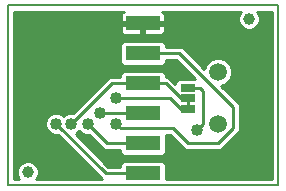
<source format=gbl>
G75*
%MOIN*%
%OFA0B0*%
%FSLAX25Y25*%
%IPPOS*%
%LPD*%
%AMOC8*
5,1,8,0,0,1.08239X$1,22.5*
%
%ADD10C,0.00800*%
%ADD11C,0.05943*%
%ADD12R,0.05000X0.02500*%
%ADD13R,0.11811X0.04921*%
%ADD14C,0.03937*%
%ADD15C,0.04000*%
%ADD16C,0.01000*%
D10*
X0008114Y0006500D02*
X0008114Y0066500D01*
X0098114Y0066500D01*
X0098114Y0006500D01*
X0008114Y0006500D01*
D11*
X0078114Y0026839D03*
X0078114Y0044161D03*
D12*
X0068114Y0039000D03*
X0068114Y0035500D03*
X0068114Y0032000D03*
D13*
X0053098Y0030500D03*
X0053098Y0020500D03*
X0053098Y0010500D03*
X0053098Y0040500D03*
X0053098Y0050500D03*
X0053098Y0060500D03*
D14*
X0088414Y0061900D03*
X0014714Y0010900D03*
D15*
X0034614Y0010000D03*
X0034614Y0027000D03*
X0038614Y0030500D03*
X0044114Y0027000D03*
X0044114Y0035500D03*
X0029114Y0027000D03*
X0024114Y0027000D03*
X0020614Y0039500D03*
X0026614Y0056500D03*
X0061614Y0045500D03*
X0071114Y0025000D03*
X0079114Y0016000D03*
D16*
X0079025Y0018300D02*
X0084025Y0023300D01*
X0085314Y0024589D01*
X0085314Y0033411D01*
X0079179Y0039546D01*
X0080760Y0040201D01*
X0082075Y0041515D01*
X0082786Y0043232D01*
X0082786Y0045091D01*
X0082075Y0046808D01*
X0080760Y0048122D01*
X0079043Y0048833D01*
X0077185Y0048833D01*
X0075468Y0048122D01*
X0074154Y0046808D01*
X0073499Y0045227D01*
X0067314Y0051411D01*
X0066025Y0052700D01*
X0060704Y0052700D01*
X0060704Y0053665D01*
X0059708Y0054661D01*
X0046489Y0054661D01*
X0045493Y0053665D01*
X0045493Y0047335D01*
X0046489Y0046339D01*
X0059708Y0046339D01*
X0060704Y0047335D01*
X0060704Y0048300D01*
X0064203Y0048300D01*
X0070553Y0041950D01*
X0064910Y0041950D01*
X0063914Y0040954D01*
X0063914Y0040311D01*
X0061525Y0042700D01*
X0060704Y0042700D01*
X0060704Y0043665D01*
X0059708Y0044661D01*
X0046489Y0044661D01*
X0045493Y0043665D01*
X0045493Y0042700D01*
X0041703Y0042700D01*
X0029703Y0030700D01*
X0028378Y0030700D01*
X0027018Y0030137D01*
X0026614Y0029733D01*
X0026210Y0030137D01*
X0024850Y0030700D01*
X0023378Y0030700D01*
X0022018Y0030137D01*
X0020977Y0029096D01*
X0020414Y0027736D01*
X0020414Y0026264D01*
X0020977Y0024904D01*
X0022018Y0023863D01*
X0023378Y0023300D01*
X0024703Y0023300D01*
X0039403Y0008600D01*
X0017602Y0008600D01*
X0017824Y0008822D01*
X0018383Y0010170D01*
X0018383Y0011630D01*
X0017824Y0012978D01*
X0016792Y0014010D01*
X0015444Y0014568D01*
X0013984Y0014568D01*
X0012636Y0014010D01*
X0011604Y0012978D01*
X0011046Y0011630D01*
X0011046Y0010170D01*
X0011604Y0008822D01*
X0011826Y0008600D01*
X0010214Y0008600D01*
X0010214Y0064400D01*
X0046769Y0064400D01*
X0046614Y0064358D01*
X0046272Y0064161D01*
X0045993Y0063882D01*
X0045795Y0063540D01*
X0045693Y0063158D01*
X0045693Y0061000D01*
X0052598Y0061000D01*
X0052598Y0060000D01*
X0045693Y0060000D01*
X0045693Y0057842D01*
X0045795Y0057460D01*
X0045993Y0057118D01*
X0046272Y0056839D01*
X0046614Y0056642D01*
X0046995Y0056539D01*
X0052598Y0056539D01*
X0052598Y0060000D01*
X0053598Y0060000D01*
X0053598Y0056539D01*
X0059201Y0056539D01*
X0059583Y0056642D01*
X0059925Y0056839D01*
X0060204Y0057118D01*
X0060402Y0057460D01*
X0060504Y0057842D01*
X0060504Y0060000D01*
X0053598Y0060000D01*
X0053598Y0061000D01*
X0060504Y0061000D01*
X0060504Y0063158D01*
X0060402Y0063540D01*
X0060204Y0063882D01*
X0059925Y0064161D01*
X0059583Y0064358D01*
X0059428Y0064400D01*
X0085726Y0064400D01*
X0085304Y0063978D01*
X0084746Y0062630D01*
X0084746Y0061170D01*
X0085304Y0059822D01*
X0086336Y0058790D01*
X0087684Y0058231D01*
X0089144Y0058231D01*
X0090492Y0058790D01*
X0091524Y0059822D01*
X0092083Y0061170D01*
X0092083Y0062630D01*
X0091524Y0063978D01*
X0091102Y0064400D01*
X0096014Y0064400D01*
X0096014Y0008600D01*
X0060704Y0008600D01*
X0060704Y0013665D01*
X0059708Y0014661D01*
X0046489Y0014661D01*
X0045493Y0013665D01*
X0045493Y0012700D01*
X0041525Y0012700D01*
X0030610Y0023615D01*
X0031210Y0023863D01*
X0031864Y0024517D01*
X0032518Y0023863D01*
X0033878Y0023300D01*
X0035203Y0023300D01*
X0038914Y0019589D01*
X0040203Y0018300D01*
X0045493Y0018300D01*
X0045493Y0017335D01*
X0046489Y0016339D01*
X0059708Y0016339D01*
X0060704Y0017335D01*
X0060704Y0023300D01*
X0062203Y0023300D01*
X0067203Y0018300D01*
X0079025Y0018300D01*
X0079200Y0018475D02*
X0096014Y0018475D01*
X0096014Y0019473D02*
X0080199Y0019473D01*
X0081197Y0020472D02*
X0096014Y0020472D01*
X0096014Y0021470D02*
X0082196Y0021470D01*
X0083194Y0022469D02*
X0096014Y0022469D01*
X0096014Y0023467D02*
X0084193Y0023467D01*
X0085191Y0024466D02*
X0096014Y0024466D01*
X0096014Y0025464D02*
X0085314Y0025464D01*
X0085314Y0026463D02*
X0096014Y0026463D01*
X0096014Y0027461D02*
X0085314Y0027461D01*
X0085314Y0028460D02*
X0096014Y0028460D01*
X0096014Y0029458D02*
X0085314Y0029458D01*
X0085314Y0030457D02*
X0096014Y0030457D01*
X0096014Y0031455D02*
X0085314Y0031455D01*
X0085314Y0032454D02*
X0096014Y0032454D01*
X0096014Y0033452D02*
X0085273Y0033452D01*
X0084275Y0034451D02*
X0096014Y0034451D01*
X0096014Y0035449D02*
X0083276Y0035449D01*
X0082278Y0036448D02*
X0096014Y0036448D01*
X0096014Y0037446D02*
X0081279Y0037446D01*
X0080281Y0038445D02*
X0096014Y0038445D01*
X0096014Y0039443D02*
X0079282Y0039443D01*
X0081001Y0040442D02*
X0096014Y0040442D01*
X0096014Y0041440D02*
X0082000Y0041440D01*
X0082457Y0042439D02*
X0096014Y0042439D01*
X0096014Y0043437D02*
X0082786Y0043437D01*
X0082786Y0044436D02*
X0096014Y0044436D01*
X0096014Y0045434D02*
X0082643Y0045434D01*
X0082230Y0046433D02*
X0096014Y0046433D01*
X0096014Y0047432D02*
X0081451Y0047432D01*
X0080016Y0048430D02*
X0096014Y0048430D01*
X0096014Y0049429D02*
X0069297Y0049429D01*
X0068298Y0050427D02*
X0096014Y0050427D01*
X0096014Y0051426D02*
X0067300Y0051426D01*
X0066301Y0052424D02*
X0096014Y0052424D01*
X0096014Y0053423D02*
X0060704Y0053423D01*
X0059948Y0054421D02*
X0096014Y0054421D01*
X0096014Y0055420D02*
X0010214Y0055420D01*
X0010214Y0056418D02*
X0096014Y0056418D01*
X0096014Y0057417D02*
X0060376Y0057417D01*
X0060504Y0058415D02*
X0087241Y0058415D01*
X0085712Y0059414D02*
X0060504Y0059414D01*
X0060504Y0061411D02*
X0084746Y0061411D01*
X0085060Y0060412D02*
X0053598Y0060412D01*
X0052598Y0060412D02*
X0010214Y0060412D01*
X0010214Y0061411D02*
X0045693Y0061411D01*
X0045693Y0062409D02*
X0010214Y0062409D01*
X0010214Y0063408D02*
X0045760Y0063408D01*
X0045693Y0059414D02*
X0010214Y0059414D01*
X0010214Y0058415D02*
X0045693Y0058415D01*
X0045820Y0057417D02*
X0010214Y0057417D01*
X0010214Y0054421D02*
X0046249Y0054421D01*
X0045493Y0053423D02*
X0010214Y0053423D01*
X0010214Y0052424D02*
X0045493Y0052424D01*
X0045493Y0051426D02*
X0010214Y0051426D01*
X0010214Y0050427D02*
X0045493Y0050427D01*
X0045493Y0049429D02*
X0010214Y0049429D01*
X0010214Y0048430D02*
X0045493Y0048430D01*
X0045493Y0047432D02*
X0010214Y0047432D01*
X0010214Y0046433D02*
X0046395Y0046433D01*
X0046264Y0044436D02*
X0010214Y0044436D01*
X0010214Y0043437D02*
X0045493Y0043437D01*
X0042614Y0040500D02*
X0029114Y0027000D01*
X0031813Y0024466D02*
X0031916Y0024466D01*
X0030758Y0023467D02*
X0033474Y0023467D01*
X0031757Y0022469D02*
X0036034Y0022469D01*
X0037033Y0021470D02*
X0032755Y0021470D01*
X0033754Y0020472D02*
X0038031Y0020472D01*
X0039030Y0019473D02*
X0034752Y0019473D01*
X0035751Y0018475D02*
X0040028Y0018475D01*
X0041114Y0020500D02*
X0053098Y0020500D01*
X0046350Y0016478D02*
X0037748Y0016478D01*
X0036749Y0017476D02*
X0045493Y0017476D01*
X0046309Y0014481D02*
X0039745Y0014481D01*
X0038746Y0015479D02*
X0096014Y0015479D01*
X0096014Y0014481D02*
X0059888Y0014481D01*
X0060704Y0013482D02*
X0096014Y0013482D01*
X0096014Y0012484D02*
X0060704Y0012484D01*
X0060704Y0011485D02*
X0096014Y0011485D01*
X0096014Y0010487D02*
X0060704Y0010487D01*
X0060704Y0009488D02*
X0096014Y0009488D01*
X0096014Y0016478D02*
X0059846Y0016478D01*
X0060704Y0017476D02*
X0096014Y0017476D01*
X0083114Y0025500D02*
X0083114Y0032500D01*
X0065114Y0050500D01*
X0053098Y0050500D01*
X0059802Y0046433D02*
X0066070Y0046433D01*
X0067068Y0045434D02*
X0010214Y0045434D01*
X0010214Y0042439D02*
X0041442Y0042439D01*
X0040443Y0041440D02*
X0010214Y0041440D01*
X0010214Y0040442D02*
X0039445Y0040442D01*
X0038446Y0039443D02*
X0010214Y0039443D01*
X0010214Y0038445D02*
X0037448Y0038445D01*
X0036449Y0037446D02*
X0010214Y0037446D01*
X0010214Y0036448D02*
X0035451Y0036448D01*
X0034452Y0035449D02*
X0010214Y0035449D01*
X0010214Y0034451D02*
X0033454Y0034451D01*
X0032455Y0033452D02*
X0010214Y0033452D01*
X0010214Y0032454D02*
X0031457Y0032454D01*
X0030458Y0031455D02*
X0010214Y0031455D01*
X0010214Y0030457D02*
X0022791Y0030457D01*
X0021340Y0029458D02*
X0010214Y0029458D01*
X0010214Y0028460D02*
X0020714Y0028460D01*
X0020414Y0027461D02*
X0010214Y0027461D01*
X0010214Y0026463D02*
X0020414Y0026463D01*
X0020745Y0025464D02*
X0010214Y0025464D01*
X0010214Y0024466D02*
X0021416Y0024466D01*
X0022974Y0023467D02*
X0010214Y0023467D01*
X0010214Y0022469D02*
X0025534Y0022469D01*
X0026533Y0021470D02*
X0010214Y0021470D01*
X0010214Y0020472D02*
X0027531Y0020472D01*
X0028530Y0019473D02*
X0010214Y0019473D01*
X0010214Y0018475D02*
X0029528Y0018475D01*
X0030527Y0017476D02*
X0010214Y0017476D01*
X0010214Y0016478D02*
X0031525Y0016478D01*
X0032524Y0015479D02*
X0010214Y0015479D01*
X0010214Y0014481D02*
X0013772Y0014481D01*
X0015656Y0014481D02*
X0033522Y0014481D01*
X0034521Y0013482D02*
X0017320Y0013482D01*
X0018029Y0012484D02*
X0035519Y0012484D01*
X0036518Y0011485D02*
X0018383Y0011485D01*
X0018383Y0010487D02*
X0037516Y0010487D01*
X0038515Y0009488D02*
X0018100Y0009488D01*
X0011328Y0009488D02*
X0010214Y0009488D01*
X0010214Y0010487D02*
X0011046Y0010487D01*
X0011046Y0011485D02*
X0010214Y0011485D01*
X0010214Y0012484D02*
X0011399Y0012484D01*
X0012108Y0013482D02*
X0010214Y0013482D01*
X0024114Y0027000D02*
X0040614Y0010500D01*
X0053098Y0010500D01*
X0045493Y0013482D02*
X0040743Y0013482D01*
X0041114Y0020500D02*
X0034614Y0027000D01*
X0038614Y0030500D02*
X0053098Y0030500D01*
X0045614Y0025500D02*
X0044114Y0027000D01*
X0045614Y0025500D02*
X0063114Y0025500D01*
X0068114Y0020500D01*
X0078114Y0020500D01*
X0083114Y0025500D01*
X0073114Y0027000D02*
X0071114Y0025000D01*
X0073114Y0027000D02*
X0073114Y0038000D01*
X0072114Y0039000D01*
X0068114Y0039000D01*
X0063914Y0040442D02*
X0063783Y0040442D01*
X0064400Y0041440D02*
X0062785Y0041440D01*
X0061786Y0042439D02*
X0070064Y0042439D01*
X0069065Y0043437D02*
X0060704Y0043437D01*
X0059933Y0044436D02*
X0068067Y0044436D01*
X0072292Y0046433D02*
X0073999Y0046433D01*
X0073585Y0045434D02*
X0073291Y0045434D01*
X0074778Y0047432D02*
X0071294Y0047432D01*
X0070295Y0048430D02*
X0076212Y0048430D01*
X0065071Y0047432D02*
X0060704Y0047432D01*
X0060614Y0040500D02*
X0053098Y0040500D01*
X0042614Y0040500D01*
X0044114Y0035500D02*
X0062114Y0035500D01*
X0065614Y0032000D01*
X0068114Y0032000D01*
X0068114Y0032500D02*
X0068114Y0035500D01*
X0065614Y0035500D01*
X0060614Y0040500D01*
X0053598Y0057417D02*
X0052598Y0057417D01*
X0052598Y0058415D02*
X0053598Y0058415D01*
X0053598Y0059414D02*
X0052598Y0059414D01*
X0060504Y0062409D02*
X0084746Y0062409D01*
X0085068Y0063408D02*
X0060437Y0063408D01*
X0089587Y0058415D02*
X0096014Y0058415D01*
X0096014Y0059414D02*
X0091116Y0059414D01*
X0091769Y0060412D02*
X0096014Y0060412D01*
X0096014Y0061411D02*
X0092083Y0061411D01*
X0092083Y0062409D02*
X0096014Y0062409D01*
X0096014Y0063408D02*
X0091760Y0063408D01*
X0063034Y0022469D02*
X0060704Y0022469D01*
X0060704Y0021470D02*
X0064033Y0021470D01*
X0065031Y0020472D02*
X0060704Y0020472D01*
X0060704Y0019473D02*
X0066030Y0019473D01*
X0067028Y0018475D02*
X0060704Y0018475D01*
X0027791Y0030457D02*
X0025437Y0030457D01*
M02*

</source>
